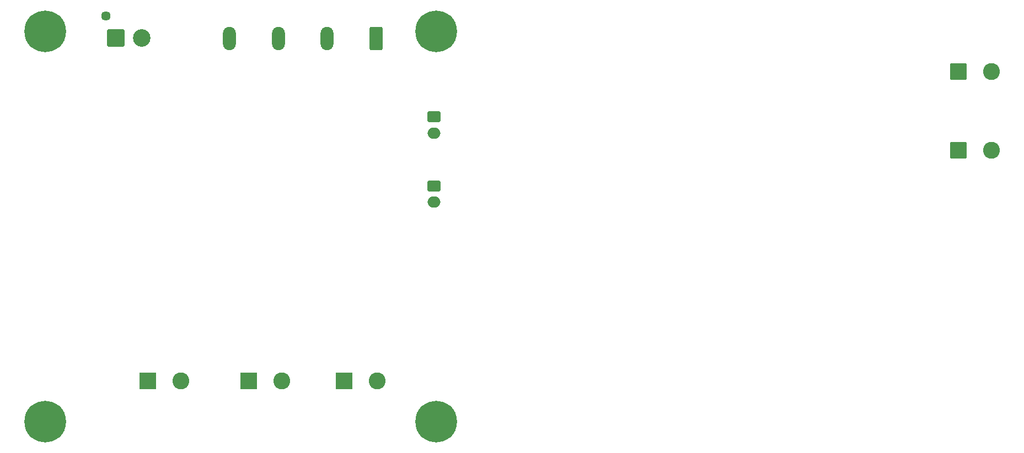
<source format=gbr>
%TF.GenerationSoftware,KiCad,Pcbnew,9.0.1*%
%TF.CreationDate,2025-11-09T21:37:19+01:00*%
%TF.ProjectId,SIGURD,53494755-5244-42e6-9b69-6361645f7063,rev?*%
%TF.SameCoordinates,Original*%
%TF.FileFunction,Soldermask,Bot*%
%TF.FilePolarity,Negative*%
%FSLAX46Y46*%
G04 Gerber Fmt 4.6, Leading zero omitted, Abs format (unit mm)*
G04 Created by KiCad (PCBNEW 9.0.1) date 2025-11-09 21:37:19*
%MOMM*%
%LPD*%
G01*
G04 APERTURE LIST*
G04 Aperture macros list*
%AMRoundRect*
0 Rectangle with rounded corners*
0 $1 Rounding radius*
0 $2 $3 $4 $5 $6 $7 $8 $9 X,Y pos of 4 corners*
0 Add a 4 corners polygon primitive as box body*
4,1,4,$2,$3,$4,$5,$6,$7,$8,$9,$2,$3,0*
0 Add four circle primitives for the rounded corners*
1,1,$1+$1,$2,$3*
1,1,$1+$1,$4,$5*
1,1,$1+$1,$6,$7*
1,1,$1+$1,$8,$9*
0 Add four rect primitives between the rounded corners*
20,1,$1+$1,$2,$3,$4,$5,0*
20,1,$1+$1,$4,$5,$6,$7,0*
20,1,$1+$1,$6,$7,$8,$9,0*
20,1,$1+$1,$8,$9,$2,$3,0*%
G04 Aperture macros list end*
%ADD10RoundRect,0.250000X-1.050000X-1.050000X1.050000X-1.050000X1.050000X1.050000X-1.050000X1.050000X0*%
%ADD11C,2.600000*%
%ADD12C,2.700000*%
%ADD13RoundRect,0.250001X-1.099999X-1.099999X1.099999X-1.099999X1.099999X1.099999X-1.099999X1.099999X0*%
%ADD14C,1.450000*%
%ADD15RoundRect,0.250000X-0.750000X0.600000X-0.750000X-0.600000X0.750000X-0.600000X0.750000X0.600000X0*%
%ADD16O,2.000000X1.700000*%
%ADD17R,2.600000X2.600000*%
%ADD18C,0.800000*%
%ADD19C,6.400000*%
%ADD20RoundRect,0.250000X0.750000X1.550000X-0.750000X1.550000X-0.750000X-1.550000X0.750000X-1.550000X0*%
%ADD21O,2.000000X3.600000*%
G04 APERTURE END LIST*
D10*
%TO.C,J13*%
X215200000Y-93335000D03*
D11*
X220280000Y-93335000D03*
%TD*%
D10*
%TO.C,J12*%
X215200000Y-81210000D03*
D11*
X220280000Y-81210000D03*
%TD*%
D12*
%TO.C,J1*%
X89802500Y-76050000D03*
D13*
X85842500Y-76050000D03*
D14*
X84342500Y-72650000D03*
%TD*%
D15*
%TO.C,J2*%
X134665000Y-88130000D03*
D16*
X134665000Y-90630000D03*
%TD*%
D17*
%TO.C,J11*%
X90764517Y-128770000D03*
D11*
X95844517Y-128770000D03*
%TD*%
D17*
%TO.C,J10*%
X106280000Y-128770000D03*
D11*
X111360000Y-128770000D03*
%TD*%
D18*
%TO.C,H2*%
X72600000Y-135000000D03*
X73302944Y-133302944D03*
X73302944Y-136697056D03*
X75000000Y-132600000D03*
D19*
X75000000Y-135000000D03*
D18*
X75000000Y-137400000D03*
X76697056Y-133302944D03*
X76697056Y-136697056D03*
X77400000Y-135000000D03*
%TD*%
%TO.C,H3*%
X132600000Y-75000000D03*
X133302944Y-73302944D03*
X133302944Y-76697056D03*
X135000000Y-72600000D03*
D19*
X135000000Y-75000000D03*
D18*
X135000000Y-77400000D03*
X136697056Y-73302944D03*
X136697056Y-76697056D03*
X137400000Y-75000000D03*
%TD*%
D20*
%TO.C,J5*%
X125790000Y-76090000D03*
D21*
X118290000Y-76090000D03*
X110790000Y-76090000D03*
X103290000Y-76090000D03*
%TD*%
D17*
%TO.C,J9*%
X120889517Y-128770000D03*
D11*
X125969517Y-128770000D03*
%TD*%
D15*
%TO.C,J3*%
X134665000Y-98782500D03*
D16*
X134665000Y-101282500D03*
%TD*%
D18*
%TO.C,H1*%
X72600000Y-75000000D03*
X73302944Y-73302944D03*
X73302944Y-76697056D03*
X75000000Y-72600000D03*
D19*
X75000000Y-75000000D03*
D18*
X75000000Y-77400000D03*
X76697056Y-73302944D03*
X76697056Y-76697056D03*
X77400000Y-75000000D03*
%TD*%
%TO.C,H4*%
X132600000Y-135000000D03*
X133302944Y-133302944D03*
X133302944Y-136697056D03*
X135000000Y-132600000D03*
D19*
X135000000Y-135000000D03*
D18*
X135000000Y-137400000D03*
X136697056Y-133302944D03*
X136697056Y-136697056D03*
X137400000Y-135000000D03*
%TD*%
M02*

</source>
